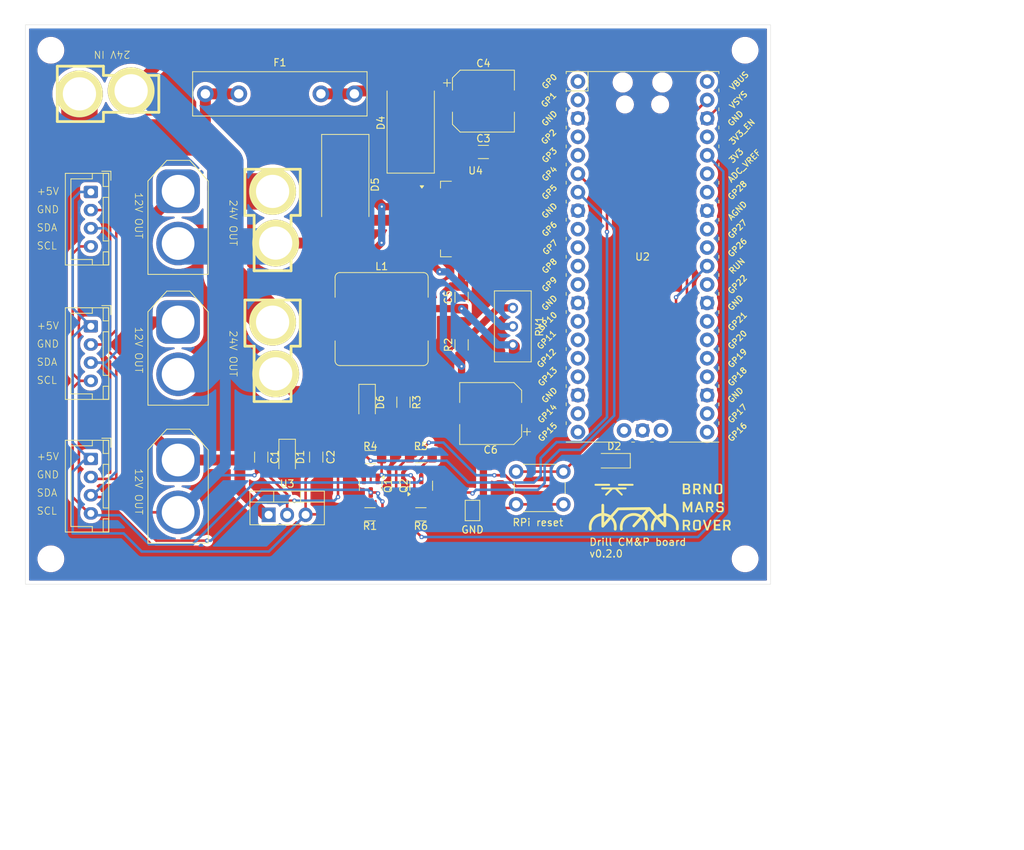
<source format=kicad_pcb>
(kicad_pcb (version 20240108) (generator "pcbnew") (generator_version "8.0")
  (layers (0 "F.Cu" signal) (31 "B.Cu" signal) (34 "B.Paste" user) (35 "F.Paste" user) (36 "B.SilkS" user "B.Silkscreen") (37 "F.SilkS" user "F.Silkscreen") (38 "B.Mask" user) (39 "F.Mask" user) (44 "Edge.Cuts" user))
  (net 0 "")
  (net 1 "+12V")
  (net 2 "GND")
  (net 3 "+24V")
  (net 4 "+5V")
  (net 5 "Net-(D4-K)")
  (net 6 "Net-(D2-K)")
  (net 7 "Net-(D4-A)")
  (net 8 "Net-(D5-K)")
  (net 9 "Net-(D6-A)")
  (net 10 "HSCL")
  (net 11 "HSDA")
  (net 12 "LSDA")
  (net 13 "+3.3V")
  (net 14 "LSCL")
  (net 15 "Net-(R2-Pad2)")
  (net 16 "Net-(U4-FB)")
  (net 17 "Net-(U2-RUN)")
  (footprint "MountingHole:MountingHole_3.2mm_M3" (layer "F.Cu") (at 116 93)
    (property "Reference" "H3" (hide yes))
    (property "Value" "MountingHole" (hide yes))
  )
  (footprint "Button_Switch_THT:SW_PUSH_6mm_H5mm" (layer "F.Cu") (at 84.5 81)
    (property "Reference" "RPi reset")
    (property "Value" "Reset")
  )
  (footprint "MountingHole:MountingHole_3.2mm_M3" (layer "F.Cu") (at 20.5 23)
    (property "Reference" "H3" (hide yes))
    (property "Value" "MountingHole" (hide yes))
  )
  (footprint "Diode_SMD:D_SMC_Handsoldering" (layer "F.Cu") (at 70 33 90)
    (property "Reference" "D4")
    (property "Value" "D_Schottky")
  )
  (footprint "Resistor_SMD:R_1206_3216Metric_Pad1.30x1.75mm_HandSolder" (layer "F.Cu") (at 64.4 86.875)
    (property "Reference" "R1")
    (property "Value" "4K7")
  )
  (footprint "Connector_AMASS:AMASS_XT60-M_1x02_P7.20mm_Vertical" (layer "F.Cu") (at 38 42.4 -90)
    (property "Reference" "12V OUT1" (hide yes))
    (property "Value" "Screw_Terminal_01x02")
  )
  (footprint "Capacitor_SMD:C_1206_3216Metric_Pad1.33x1.80mm_HandSolder" (layer "F.Cu") (at 80 37)
    (property "Reference" "C3")
    (property "Value" "100nF")
  )
  (footprint "Inductor_SMD:L_TaiTech_TMPC1265_13.5x12.5mm" (layer "F.Cu") (at 66 60)
    (property "Reference" "L1")
    (property "Value" "470uH")
  )
  (footprint "Jumper:SolderJumper-2_P1.3mm_Bridged2Bar_Pad1.0x1.5mm" (layer "F.Cu") (at 78.5 86.35 90)
    (property "Reference" "GND")
    (property "Value" "Screw_Terminal_01x01")
  )
  (footprint "Capacitor_SMD:C_1206_3216Metric_Pad1.33x1.80mm_HandSolder" (layer "F.Cu") (at 77 57 90)
    (property "Reference" "C5")
    (property "Value" "100nF")
  )
  (footprint "Resistor_SMD:R_1206_3216Metric_Pad1.30x1.75mm_HandSolder" (layer "F.Cu") (at 71.4 78.875)
    (property "Reference" "R5")
    (property "Value" "4K7")
  )
  (footprint "Diode_SMD:D_1206_3216Metric_Pad1.42x1.75mm_HandSolder" (layer "F.Cu") (at 53 79 -90)
    (property "Reference" "D1")
    (property "Value" "D")
  )
  (footprint "Package_TO_SOT_SMD:SOT-23" (layer "F.Cu") (at 71.45 82.9375 90)
    (property "Reference" "Q2")
    (property "Value" "BS170F")
  )
  (footprint "Capacitor_SMD:CP_Elec_8x10" (layer "F.Cu") (at 80 30)
    (property "Reference" "C4")
    (property "Value" "100uF")
  )
  (footprint "Resistor_SMD:R_1206_3216Metric_Pad1.30x1.75mm_HandSolder" (layer "F.Cu") (at 64.45 79 180)
    (property "Reference" "R4")
    (property "Value" "4K7")
  )
  (footprint "Diode_SMD:D_SOD-123" (layer "F.Cu") (at 97.85 79.5 180)
    (property "Reference" "D2")
    (property "Value" "D_Schottky")
  )
  (footprint "Fuse:Fuseholder_Littelfuse_100_series_5x20mm" (layer "F.Cu") (at 41.75 29)
    (property "Reference" "F1")
    (property "Value" "Fuse")
  )
  (footprint "Connectors:DEANS" (layer "F.Cu") (at 51 47)
    (property "Reference" "24V OUT2" (hide yes))
    (property "Value" "Screw_Terminal_01x02" (hide yes))
  )
  (footprint "Capacitor_SMD:C_1206_3216Metric_Pad1.33x1.80mm_HandSolder" (layer "F.Cu") (at 57 79 90)
    (property "Reference" "C2")
    (property "Value" "C")
  )
  (footprint "Potentiometer_THT:Potentiometer_Bourns_3296W_Vertical" (layer "F.Cu") (at 84.05 63.55 -90)
    (property "Reference" "RV1")
    (property "Value" "W103 (10K)")
  )
  (footprint "MountingHole:MountingHole_3.2mm_M3" (layer "F.Cu") (at 20.5 93)
    (property "Reference" "H3" (hide yes))
    (property "Value" "MountingHole" (hide yes))
  )
  (footprint "Connectors:DEANS" (layer "F.Cu") (at 51 65)
    (property "Reference" "24V OUT1" (hide yes))
    (property "Value" "Screw_Terminal_01x02" (hide yes))
  )
  (footprint "Connectors:DEANS" (layer "F.Cu") (at 29 29 90)
    (property "Reference" "24V IN1" (hide yes))
    (property "Value" "Screw_Terminal_01x02" (hide yes))
  )
  (footprint "Package_TO_SOT_SMD:TO-263-5_TabPin3" (layer "F.Cu") (at 78.925 46.225)
    (property "Reference" "U4")
    (property "Value" "LM2596S-ADJ")
  )
  (footprint "Connector_AMASS:AMASS_XT60-M_1x02_P7.20mm_Vertical" (layer "F.Cu") (at 38 79.4 -90)
    (property "Reference" "12V OUT3" (hide yes))
    (property "Value" "Screw_Terminal_01x02")
  )
  (footprint "Capacitor_SMD:C_1206_3216Metric_Pad1.33x1.80mm_HandSolder" (layer "F.Cu") (at 49.4375 79 -90)
    (property "Reference" "C1")
    (property "Value" "C")
  )
  (footprint "MCU_RaspberryPi_and_Boards:RPi_Pico_SMD_TH" (layer "F.Cu") (at 101.89 51.43)
    (property "Reference" "U2")
    (property "Value" "Pico")
  )
  (footprint "Connector_JST:JST_XH_B4B-XH-A_1x04_P2.50mm_Vertical" (layer "F.Cu") (at 26 42.5 -90)
    (property "Reference" "I2C1" (hide yes))
    (property "Value" "Screw_Terminal_01x04")
  )
  (footprint "Resistor_SMD:R_1206_3216Metric_Pad1.30x1.75mm_HandSolder" (layer "F.Cu") (at 69 71.45 -90)
    (property "Reference" "R3")
    (property "Value" "R")
  )
  (footprint "Diode_SMD:D_SMC_Handsoldering" (layer "F.Cu") (at 61 41.5 -90)
    (property "Reference" "D5")
    (property "Value" "D_Schottky")
  )
  (footprint "LOGO" (layer "F.Cu") (at 104.5 86)
    (property "Reference" "G***" (hide yes))
    (property "Value" "LOGO" (hide yes))
  )
  (footprint "MountingHole:MountingHole_3.2mm_M3" (layer "F.Cu") (at 116 23)
    (property "Reference" "H3" (hide yes))
    (property "Value" "MountingHole" (hide yes))
  )
  (footprint "Capacitor_SMD:CP_Elec_8x10" (layer "F.Cu") (at 81 73 180)
    (property "Reference" "C6")
    (property "Value" "220uF")
  )
  (footprint "Resistor_SMD:R_1206_3216Metric_Pad1.30x1.75mm_HandSolder" (layer "F.Cu") (at 71.4 86.875)
    (property "Reference" "R6")
    (property "Value" "4K7" (hide yes))
  )
  (footprint "Diode_SMD:D_1206_3216Metric_Pad1.42x1.75mm_HandSolder" (layer "F.Cu") (at 64 71.45 -90)
    (property "Reference" "D6")
    (property "Value" "LED")
  )
  (footprint "Connector_JST:JST_XH_B4B-XH-A_1x04_P2.50mm_Vertical" (layer "F.Cu") (at 26 79.25 -90)
    (property "Reference" "I2C3" (hide yes))
    (property "Value" "Screw_Terminal_01x04")
  )
  (footprint "Package_TO_SOT_THT:TO-220-3_Vertical" (layer "F.Cu") (at 50.46 86.945)
    (property "Reference" "U3")
    (property "Value" "L7805")
  )
  (footprint "Connector_JST:JST_XH_B4B-XH-A_1x04_P2.50mm_Vertical" (layer "F.Cu") (at 26 61 -90)
    (property "Reference" "I2C2" (hide yes))
    (property "Value" "Screw_Terminal_01x04")
  )
  (footprint "Package_TO_SOT_SMD:SOT-23" (layer "F.Cu") (at 64.5 82.9375 -90)
    (property "Reference" "Q1")
    (property "Value" "BS170F")
  )
  (footprint "Connector_AMASS:AMASS_XT60-M_1x02_P7.20mm_Vertical" (layer "F.Cu") (at 38 60.4 -90)
    (property "Reference" "12V OUT2" (hide yes))
    (property "Value" "Screw_Terminal_01x02")
  )
  (footprint "Resistor_SMD:R_1206_3216Metric_Pad1.30x1.75mm_HandSolder" (layer "F.Cu") (at 77 63.55 90)
    (property "Reference" "R2")
    (property "Value" "5K")
  )
  (gr_rect (start 17 19.5) (end 119.5 96.5) (stroke (width 0.05)) (fill none) (layer "Edge.Cuts"))
  (gr_text "+5V\n" (at 18.5 79.5 0) (layer "F.SilkS") (effects (font (size 1 1) (thickness 0.1)) (justify left bottom)))
  (gr_text "24V OUT\n" (at 45 61.5 -90) (layer "F.SilkS") (effects (font (size 1 1) (thickness 0.1)) (justify left bottom)))
  (gr_text "SDA" (at 18.5 66.5 0) (layer "F.SilkS") (effects (font (size 1 1) (thickness 0.1)) (justify left bottom)))
  (gr_text "+5V\n" (at 18.5 43 0) (layer "F.SilkS") (effects (font (size 1 1) (thickness 0.1)) (justify left bottom)))
  (gr_text "24V OUT\n" (at 45 43.5 -90) (layer "F.SilkS") (effects (font (size 1 1) (thickness 0.1)) (justify left bottom)))
  (gr_text "SDA" (at 18.5 84.5 0) (layer "F.SilkS") (effects (font (size 1 1) (thickness 0.1)) (justify left bottom)))
  (gr_text "12V OUT\n" (at 32 42.5 -90) (layer "F.SilkS") (effects (font (size 1 1) (thickness 0.1)) (justify left bottom)))
  (gr_text "+5V\n" (at 18.5 61.5 0) (layer "F.SilkS") (effects (font (size 1 1) (thickness 0.1)) (justify left bottom)))
  (gr_text "SCL\n" (at 18.5 69 0) (layer "F.SilkS") (effects (font (size 1 1) (thickness 0.1)) (justify left bottom)))
  (gr_text "24V IN\n" (at 31.5 23 180) (layer "F.SilkS") (effects (font (size 1 1) (thickness 0.1)) (justify left bottom)))
  (gr_text "SCL\n" (at 18.5 87 0) (layer "F.SilkS") (effects (font (size 1 1) (thickness 0.1)) (justify left bottom)))
  (gr_text "12V OUT\n" (at 32 61 -90) (layer "F.SilkS") (effects (font (size 1 1) (thickness 0.1)) (justify left bottom)))
  (gr_text "Drill CM&P board\nv0.2.0" (at 94.5 91.5 0) (layer "F.SilkS") (effects (font (size 1 1)) (justify left)))
  (gr_text "12V OUT\n" (at 32 80.5 -90) (layer "F.SilkS") (effects (font (size 1 1) (thickness 0.1)) (justify left bottom)))
  (gr_text "GND\n" (at 18.5 64 0) (layer "F.SilkS") (effects (font (size 1 1) (thickness 0.1)) (justify left bottom)))
  (gr_text "SDA" (at 18.5 48 0) (layer "F.SilkS") (effects (font (size 1 1) (thickness 0.1)) (justify left bottom)))
  (gr_text "SCL\n" (at 18.5 50.5 0) (layer "F.SilkS") (effects (font (size 1 1) (thickness 0.1)) (justify left bottom)))
  (gr_text "GND\n" (at 18.5 45.5 0) (layer "F.SilkS") (effects (font (size 1 1) (thickness 0.1)) (justify left bottom)))
  (gr_text "GND\n" (at 18.5 82 0) (layer "F.SilkS") (effects (font (size 1 1) (thickness 0.1)) (justify left bottom)))
  (segment (start 33 62) (end 33 47.4) (width 1.5) (layer "F.Cu") (net 1))
  (segment (start 69 73) (end 71.5 73) (width 1) (layer "F.Cu") (net 1))
  (segment (start 72.9875 58.5625) (end 71.55 60) (width 1) (layer "F.Cu") (net 1))
  (segment (start 34.6 60.4) (end 38 60.4) (width 1.5) (layer "F.Cu") (net 1))
  (segment (start 47.475 79.4) (end 49.4375 77.4375) (width 1.5) (layer "F.Cu") (net 1))
  (segment (start 50.46 86.945) (end 49.945 86.945) (width 1.5) (layer "F.Cu") (net 1))
  (segment (start 49.5125 77.5125) (end 49.4375 77.4375) (width 0.2) (layer "F.Cu") (net 1))
  (segment (start 46.5 83.5) (end 46.5 80.375) (width 1.5) (layer "F.Cu") (net 1))
  (segment (start 55.0125 75.5) (end 66.5 75.5) (width 1) (layer "F.Cu") (net 1))
  (segment (start 38 79.4) (end 33 74.4) (width 1.5) (layer "F.Cu") (net 1))
  (segment (start 84.25 63.75) (end 84.05 63.55) (width 1.5) (layer "F.Cu") (net 1))
  (segment (start 33 47.4) (end 38 42.4) (width 1.5) (layer "F.Cu") (net 1))
  (segment (start 66.5 75.5) (end 69 73) (width 1) (layer "F.Cu") (net 1))
  (segment (start 77 58.5625) (end 72.9875 58.5625) (width 1) (layer "F.Cu") (net 1))
  (segment (start 46.5 80.375) (end 49.4375 77.4375) (width 1.5) (layer "F.Cu") (net 1))
  (segment (start 71.5 73) (end 71.5 72.5) (width 1) (layer "F.Cu") (net 1))
  (segment (start 53 77.5125) (end 55.0125 75.5) (width 1) (layer "F.Cu") (net 1))
  (segment (start 53 77.5125) (end 49.5125 77.5125) (width 1.5) (layer "F.Cu") (net 1))
  (segment (start 38 79.4) (end 47.475 79.4) (width 1.5) (layer "F.Cu") (net 1))
  (segment (start 33 62) (end 34.6 60.4) (width 1.5) (layer "F.Cu") (net 1))
  (segment (start 71.5 72.5) (end 71.55 72.45) (width 1) (layer "F.Cu") (net 1))
  (segment (start 33 74.4) (end 33 62) (width 1.5) (layer "F.Cu") (net 1))
  (segment (start 71.55 72.45) (end 71.55 60) (width 1) (layer "F.Cu") (net 1))
  (segment (start 84.25 73) (end 84.25 63.75) (width 1.5) (layer "F.Cu") (net 1))
  (segment (start 49.945 86.945) (end 46.5 83.5) (width 1.5) (layer "F.Cu") (net 1))
  (via (at 77 58.5625) (size 0.6) (drill 0.3) (layers "F.Cu" "B.Cu") (net 1))
  (segment (start 81.9875 63.55) (end 77 58.5625) (width 1) (layer "B.Cu") (net 1))
  (segment (start 84.05 63.55) (end 81.9875 63.55) (width 1) (layer "B.Cu") (net 1))
  (segment (start 74.5 56.5) (end 75.5625 55.4375) (width 1) (layer "F.Cu") (net 2))
  (segment (start 81.5625 42.1625) (end 82.85 43.45) (width 1.5) (layer "F.Cu") (net 2))
  (segment (start 29.5 61.5) (end 29.5 46.5) (width 0.35) (layer "F.Cu") (net 2))
  (segment (start 29.5 65.5) (end 27.5 63.5) (width 0.35) (layer "F.Cu") (net 2))
  (segment (start 80 78.5) (end 80 75.25) (width 1) (layer "F.Cu") (net 2))
  (segment (start 27.5 63.5) (end 26 63.5) (width 0.35) (layer "F.Cu") (net 2))
  (segment (start 61.5 46.4) (end 67.05 46.4) (width 1.5) (layer "F.Cu") (net 2))
  (segment (start 77 55.4375) (end 77 50) (width 1) (layer "F.Cu") (net 2))
  (segment (start 49.4375 80.5625) (end 48.5 81.5) (width 0.35) (layer "F.Cu") (net 2))
  (segment (start 77.75 24.5) (end 35.61582 24.5) (width 1.5) (layer "F.Cu") (net 2))
  (segment (start 83.25 35.3125) (end 81.5625 37) (width 1.5) (layer "F.Cu") (net 2))
  (segment (start 56.96 49.54) (end 51.42418 49.54) (width 1.5) (layer "F.Cu") (net 2))
  (segment (start 112.5 24.5) (end 77.75 24.5) (width 0.35) (layer "F.Cu") (net 2))
  (segment (start 53 85) (end 53 84.125) (width 0.35) (layer "F.Cu") (net 2))
  (segment (start 77 65.1) (end 77 66.5) (width 1) (layer "F.Cu") (net 2))
  (segment (start 77.75 73) (end 77 72.25) (width 1) (layer "F.Cu") (net 2))
  (segment (start 84.5 85.5) (end 84 86) (width 0.35) (layer "F.Cu") (net 2))
  (segment (start 110.78 32.38) (end 113 30.16) (width 0.35) (layer "F.Cu") (net 2))
  (segment (start 51.42418 48.46) (end 51.42418 49.54) (width 0.2) (layer "F.Cu") (net 2))
  (segment (start 60 80) (end 57.4375 77.4375) (width 0.35) (layer "F.Cu") (net 2))
  (segment (start 61 45.9) (end 61.5 46.4) (width 1.5) (layer "F.Cu") (net 2))
  (segment (start 77.375 49.625) (end 78 49) (width 1.5) (layer "F.Cu") (net 2))
  (segment (start 34.1 86.6) (end 38 86.6) (width 0.35) (layer "F.Cu") (net 2))
  (segment (start 75.5625 55.4375) (end 77 55.4375) (width 1) (layer "F.Cu") (net 2))
  (segment (start 113 30.16) (end 113 25) (width 0.35) (layer "F.Cu") (net 2))
  (segment (start 26 82) (end 29.5 82) (width 0.35) (layer "F.Cu") (net 2))
  (segment (start 78.5 87) (end 79.525 87) (width 1) (layer "F.Cu") (net 2))
  (segment (start 113 25) (end 112.5 24.5) (width 0.35) (layer "F.Cu") (net 2))
  (segment (start 29.5 46.5) (end 28 45) (width 0.35) (layer "F.Cu") (net 2))
  (segment (start 57.4375 77.4375) (end 57 77.4375) (width 0.35) (layer "F.Cu") (net 2))
  (segment (start 77 72.25) (end 77 66.5) (width 1) (layer "F.Cu") (net 2))
  (segment (start 27.5 63.5) (end 29.5 61.5) (width 0.35) (layer "F.Cu") (net 2))
  (segment (start 83.25 30) (end 77.75 24.5) (width 1.5) (layer "F.Cu") (net 2))
  (segment (start 61 45.9) (end 60.6 45.9) (width 1.5) (layer "F.Cu") (net 2))
  (segment (start 29.5 82) (end 29.5 65.5) (width 0.35) (layer "F.Cu") (net 2))
  (segment (start 77 50) (end 78 49) (width 1) (layer "F.Cu") (net 2))
  (segment (start 53.84668 69.9625) (end 51.42418 67.54) (width 1.5) (layer "F.Cu") (net 2))
  (segment (start 80 86.525) (end 80 86) (width 1) (layer "F.Cu") (net 2))
  (segment (start 64 69.9625) (end 53.84668 69.9625) (width 1.5) (layer "F.Cu") (net 2))
  (segment (start 81.5625 37) (end 81.5625 42.1625) (width 1.5) (layer "F.Cu") (net 2))
  (segment (start 35.61582 24.5) (end 31.54 28.57582) (width 1.5) (layer "F.Cu") (net 2))
  (segment (start 53 86.945) (end 53 85) (width 0.35) (layer "F.Cu") (net 2))
  (segment (start 80 86) (end 80 78.5) (width 1) (layer "F.Cu") (net 2))
  (segment (start 80 75.25) (end 77.75 73) (width 1) (layer "F.Cu") (net 2))
  (segment (start 53 85) (end 54 85) (width 0.35) (layer "F.Cu") (net 2))
  (segment (start 84 86) (end 80 86) (width 0.35) (layer "F.Cu") (net 2))
  (segment (start 53 84.125) (end 49.4375 80.5625) (width 0.35) (layer "F.Cu") (net 2))
  (segment (start 83.25 30) (end 83.25 35.3125) (width 1.5) (layer "F.Cu") (net 2))
  (segment (start 79.525 87) (end 80 86.525) (width 1) (layer "F.Cu") (net 2))
  (segment (start 71.275 49.625) (end 77.375 49.625) (width 1) (layer "F.Cu") (net 2))
  (segment (start 28 45) (end 26 45) (width 0.35) (layer "F.Cu") (net 2))
  (segment (start 60 84.5) (end 60 80) (width 0.35) (layer "F.Cu") (net 2))
  (segment (start 60.6 45.9) (end 56.96 49.54) (width 1.5) (layer "F.Cu") (net 2))
  (segment (start 67.225 46.225) (end 71.275 46.225) (width 1) (layer "F.Cu") (net 2))
  (segment (start 84.5 85.5) (end 91 85.5) (width 0.35) (layer "F.Cu") (net 2))
  (segment (start 29.5 82) (end 34.1 86.6) (width 0.35) (layer "F.Cu") (net 2))
  (via (at 54 85) (size 0.6) (drill 0.3) (layers "F.Cu" "B.Cu") (net 2))
  (via (at 77 66.5) (size 0.6) (drill 0.3) (layers "F.Cu" "B.Cu") (net 2))
  (via (at 48.5 81.5) (size 0.6) (drill 0.3) (layers "F.Cu" "B.Cu") (net 2))
  (via (at 74.5 56.5) (size 0.6) (drill 0.3) (layers "F.Cu" "B.Cu") (net 2))
  (via (at 60 84.5) (size 0.6) (drill 0.3) (layers "F.Cu" "B.Cu") (net 2))
  (segment (start 44.5 50) (end 50.96418 50) (width 5) (layer "B.Cu") (net 2))
  (segment (start 50.96418 50) (end 51.42418 49.54) (width 5) (layer "B.Cu") (net 2))
  (segment (start 44.5 50) (end 38.4 50) (width 5) (layer "B.Cu") (net 2))
  (segment (start 44.5 50) (end 44.5 64) (width 5) (layer "B.Cu") (net 2))
  (segment (start 48.5 81.5) (end 43.1 81.5) (width 0.35) (layer "B.Cu") (net 2))
  (segment (start 43.1 81.5) (end 43.05 81.55) (width 0.35) (layer "B.Cu") (net 2))
  (segment (start 34.57582 28.57582) (end 44.5 38.5) (width 5) (layer "B.Cu") (net 2))
  (segment (start 44.5 80.1) (end 44.5 64) (width 1.5) (layer "B.Cu") (net 2))
  (segment (start 74.5 64) (end 74.5 56.5) (width 1) (layer "B.Cu") (net 2))
  (segment (start 38.4 50) (end 38 49.6) (width 5) (layer "B.Cu") (net 2))
  (segment (start 77 66.5) (end 74.5 64) (width 1) (layer "B.Cu") (net 2))
  (segment (start 31.54 28.57582) (end 34.57582 28.57582) (width 5) (layer "B.Cu") (net 2))
  (segment (start 43.05 81.55) (end 44.5 80.1) (width 1.5) (layer "B.Cu") (net 2))
  (segment (start 44.5 64) (end 40.9 67.6) (width 5) (layer "B.Cu") (net 2))
  (segment (start 40.9 67.6) (end 38 67.6) (width 5) (layer "B.Cu") (net 2))
  (segment (start 44.5 38.5) (end 44.5 50) (width 5) (layer "B.Cu") (net 2))
  (segment (start 54 85) (end 59.5 85) (width 0.35) (layer "B.Cu") (net 2))
  (segment (start 59.5 85) (end 60 84.5) (width 0.35) (layer "B.Cu") (net 2))
  (segment (start 38 86.6) (end 43.05 81.55) (width 1.5) (layer "B.Cu") (net 2))
  (segment (start 44.5 64) (end 48.04 67.54) (width 5) (layer "B.Cu") (net 2))
  (segment (start 48.04 67.54) (end 51.42418 67.54) (width 5) (layer "B.Cu") (net 2))
  (segment (start 44.5 53.928) (end 51 60.428) (width 5) (layer "F.Cu") (net 3))
  (segment (start 44.5 42) (end 44.5 53.928) (width 5) (layer "F.Cu") (net 3))
  (segment (start 51 42.428) (end 44.928 42.428) (width 5) (layer "F.Cu") (net 3))
  (segment (start 41 35) (end 44.5 38.5) (width 5) (layer "F.Cu") (net 3))
  (segment (start 24.428 33.56197) (end 25.86603 35) (width 5) (layer "F.Cu") (net 3))
  (segment (start 25.86603 35) (end 41 35) (width 5) (layer "F.Cu") (net 3))
  (segment (start 41.75 29) (end 46.35 29) (width 1.5) (layer "F.Cu") (net 3))
  (segment (start 24.428 29) (end 24.428 33.56197) (width 5) (layer "F.Cu") (net 3))
  (segment (start 44.5 38.5) (end 44.5 42) (width 5) (layer "F.Cu") (net 3))
  (segment (start 44.928 42.428) (end 44.5 42) (width 5) (layer "F.Cu") (net 3))
  (segment (start 41.75 29) (end 41.75 34.25) (width 1.5) (layer "F.Cu") (net 3))
  (segment (start 41.75 34.25) (end 41 35) (width 1.5) (layer "F.Cu") (net 3))
  (segment (start 67.5 88.5) (end 68 88) (width 0.35) (layer "F.Cu") (net 4))
  (segment (start 62.875 86.875) (end 64.5 88.5) (width 0.35) (layer "F.Cu") (net 4))
  (segment (start 68 80.725) (end 69.85 78.875) (width 0.35) (layer "F.Cu") (net 4))
  (segment (start 62.85 86.875) (end 62.875 86.875) (width 0.35) (layer "F.Cu") (net 4))
  (segment (start 83 81.5) (end 84.5 83) (width 0.35) (layer "F.Cu") (net 4))
  (segment (start 93 83) (end 84.5 83) (width 0.35) (layer "F.Cu") (net 4))
  (segment (start 64.5 88.5) (end 67.5 88.5) (width 0.35) (layer "F.Cu") (net 4))
  (segment (start 62.85 86.875) (end 55.61 86.875) (width 0.35) (layer "F.Cu") (net 4))
  (segment (start 53 80.4875) (end 56.925 80.4875) (width 0.35) (layer "F.Cu") (net 4))
  (segment (start 55.61 86.875) (end 55.54 86.945) (width 0.2) (layer "F.Cu") (net 4))
  (segment (start 55.54 86.945) (end 55.54 82.0225) (width 0.35) (layer "F.Cu") (net 4))
  (segment (start 81.5 81.5) (end 83 81.5) (width 0.35) (layer "F.Cu") (net 4))
  (segment (start 96.2 79.5) (end 96.2 79.8) (width 0.35) (layer "F.Cu") (net 4))
  (segment (start 96.2 79.8) (end 93 83) (width 0.35) (layer "F.Cu") (net 4))
  (segment (start 63.5 86.875) (end 62.85 86.875) (width 0.2) (layer "F.Cu") (net 4))
  (segment (start 56.925 80.4875) (end 57 80.5625) (width 0.35) (layer "F.Cu") (net 4))
  (segment (start 68 88) (end 68 80.725) (width 0.35) (layer "F.Cu") (net 4))
  (segment (start 72.5 77) (end 70.625 78.875) (width 0.35) (layer "F.Cu") (net 4))
  (segment (start 55.54 82.0225) (end 57 80.5625) (width 0.35) (layer "F.Cu") (net 4))
  (segment (start 70.625 78.875) (end 69.85 78.875) (width 0.35) (layer "F.Cu") (net 4))
  (via (at 81.5 81.5) (size 0.6) (drill 0.3) (layers "F.Cu" "B.Cu") (net 4))
  (via (at 72.5 77) (size 0.6) (drill 0.3) (layers "F.Cu" "B.Cu") (net 4))
  (segment (start 26 79.5) (end 23.5 77) (width 0.35) (layer "B.Cu") (net 4))
  (segment (start 23.5 81) (end 25 79.5) (width 0.35) (layer "B.Cu") (net 4))
  (segment (start 23.5 77) (end 23.5 62.5) (width 0.35) (layer "B.Cu") (net 4))
  (segment (start 25 61) (end 26 61) (width 0.35) (layer "B.Cu") (net 4))
  (segment (start 74.5 77) (end 79 81.5) (width 0.35) (layer "B.Cu") (net 4))
  (segment (start 23.5 62.5) (end 25 61) (width 0.35) (layer "B.Cu") (net 4))
  (segment (start 55.54 86.945) (end 50.485 92) (width 0.35) (layer "B.Cu") (net 4))
  (segment (start 24.5 42.5) (end 26 42.5) (width 0.35) (layer "B.Cu") (net 4))
  (segment (start 33 92) (end 30.5 89.5) (width 0.35) (layer "B.Cu") (net 4))
  (segment (start 72.5 77) (end 74.5 77) (width 0.35) (layer "B.Cu") (net 4))
  (segment (start 23.5 43.5) (end 24.5 42.5) (width 0.35) (layer "B.Cu") (net 4))
  (segment (start 26 61) (end 23.5 58.5) (width 0.35) (layer "B.Cu") (net 4))
  (segment (start 23.5 58.5) (end 23.5 43.5) (width 0.35) (layer "B.Cu") (net 4))
  (segment (start 79 81.5) (end 81.5 81.5) (width 0.35) (layer "B.Cu") (net 4))
  (segment (start 23.5 89.5) (end 23.5 81) (width 0.35) (layer "B.Cu") (net 4))
  (segment (start 30.5 89.5) (end 23.5 89.5) (width 0.35) (layer "B.Cu") (net 4))
  (segment (start 50.485 92) (end 33 92) (width 0.35) (layer "B.Cu") (net 4))
  (segment (start 25 79.5) (end 26 79.5) (width 0.2) (layer "B.Cu") (net 4))
  (segment (start 70.4 37) (end 70 37.4) (width 1.5) (layer "F.Cu") (net 5))
  (segment (start 76.75 35.3125) (end 78.4375 37) (width 1.5) (layer "F.Cu") (net 5))
  (segment (start 71.275 38.675) (end 70 37.4) (width 1.5) (layer "F.Cu") (net 5))
  (segment (start 71.275 42.825) (end 71.275 38.675) (width 1.5) (layer "F.Cu") (net 5))
  (segment (start 78.4375 37) (end 70.4 37) (width 1.5) (layer "F.Cu") (net 5))
  (segment (start 76.75 30) (end 76.75 35.3125) (width 1.5) (layer "F.Cu") (net 5))
  (segment (start 108 32.62) (end 108.06 32.56) (width 0.35) (layer "F.Cu") (net 6))
  (segment (start 108.06 32.56) (end 110.78 29.84) (width 0.35) (layer "F.Cu") (net 6))
  (segment (start 99.5 79.5) (end 106.5 79.5) (width 0.35) (layer "F.Cu") (net 6))
  (segment (start 108 78) (end 108 32.62) (width 0.35) (layer "F.Cu") (net 6))
  (segment (start 106.5 79.5) (end 108 78) (width 0.35) (layer "F.Cu") (net 6))
  (segment (start 62.25 29) (end 57.65 29) (width 1.5) (layer "F.Cu") (net 7))
  (segment (start 70 28.6) (end 62.65 28.6) (width 1.5) (layer "F.Cu") (net 7))
  (segment (start 62.65 28.6) (end 62.25 29) (width 1.5) (layer "F.Cu") (net 7))
  (segment (start 60.45 60) (end 60.45 55.05) (width 1) (layer "F.Cu") (net 8))
  (segment (start 61 37.1) (end 61 39.5) (width 1.5) (layer "F.Cu") (net 8))
  (segment (start 60.45 55.05) (end 66 49.5) (width 1) (layer "F.Cu") (net 8))
  (segment (start 61 39.5) (end 66.025 44.525) (width 1.5) (layer "F.Cu") (net 8))
  (segment (start 66.025 44.525) (end 71.275 44.525) (width 1) (layer "F.Cu") (net 8))
  (via (at 66 49.5) (size 0.6) (drill 0.3) (layers "F.Cu" "B.Cu") (net 8))
  (via (at 66.025 44.525) (size 0.6) (drill 0.3) (layers "F.Cu" "B.Cu") (net 8))
  (segment (start 66 49.5) (end 66 44.55) (width 1) (layer "B.Cu") (net 8))
  (segment (start 66 44.55) (end 66.025 44.525) (width 1) (layer "B.Cu") (net 8))
  (segment (start 68.6 69.9) (end 65.5625 72.9375) (width 1) (layer "F.Cu") (net 9))
  (segment (start 69 69.9) (end 68.6 69.9) (width 1) (layer "F.Cu") (net 9))
  (segment (start 65.5625 72.9375) (end 64 72.9375) (width 1) (layer "F.Cu") (net 9))
  (segment (start 23.5 67.5) (end 23.5 51) (width 0.35) (layer "F.Cu") (net 10))
  (segment (start 23.5 84.5) (end 23.5 69.5) (width 0.35) (layer "F.Cu") (net 10))
  (segment (start 23.5 69.5) (end 24.5 68.5) (width 0.35) (layer "F.Cu") (net 10))
  (segment (start 71.45 82) (end 71.45 80.375) (width 0.35) (layer "F.Cu") (net 10))
  (segment (start 24.5 68.5) (end 23.5 67.5) (width 0.35) (layer "F.Cu") (net 10))
  (segment (start 24.5 68.5) (end 26 68.5) (width 0.35) (layer "F.Cu") (net 10))
  (segment (start 71.45 80.375) (end 72.95 78.875) (width 0.35) (layer "F.Cu") (net 10))
  (segment (start 23.5 51) (end 24.5 50) (width 0.35) (layer "F.Cu") (net 10))
  (segment (start 26 87) (end 23.5 84.5) (width 0.35) (layer "F.Cu") (net 10))
  (segment (start 24.5 50) (end 26 50) (width 0.35) (layer "F.Cu") (net 10))
  (via (at 71.45 82) (size 0.6) (drill 0.3) (layers "F.Cu" "B.Cu") (net 10))
  (segment (start 48.5 82.5) (end 40 91) (width 0.35) (layer "B.Cu") (net 10))
  (segment (start 30 87) (end 26 87) (width 0.35) (layer "B.Cu") (net 10))
  (segment (start 71.45 82) (end 70.95 82.5) (width 0.35) (layer "B.Cu") (net 10))
  (segment (start 40 91) (end 34 91) (width 0.35) (layer "B.Cu") (net 10))
  (segment (start 70.95 82.5) (end 48.5 82.5) (width 0.35) (layer "B.Cu") (net 10))
  (segment (start 34 91) (end 30 87) (width 0.35) (layer "B.Cu") (net 10))
  (segment (start 66.111765 86.713235) (end 65.95 86.875) (width 0.2) (layer "F.Cu") (net 11))
  (segment (start 66.111765 85.111765) (end 66.111765 86.713235) (width 0.35) (layer "F.Cu") (net 11))
  (segment (start 35 90.5) (end 29 84.5) (width 0.35) (layer "F.Cu") (net 11))
  (segment (start 42 90.5) (end 35 90.5) (width 0.35) (layer "F.Cu") (net 11))
  (segment (start 29 84.5) (end 26 84.5) (width 0.35) (layer "F.Cu") (net 11))
  (segment (start 65.375 83.875) (end 65.5 84) (width 0.2) (layer "F.Cu") (net 11))
  (segment (start 64.5 83.875) (end 65.375 83.875) (width 0.35) (layer "F.Cu") (net 11))
  (via (at 42 90.5) (size 0.6) (drill 0.3) (layers "F.Cu" "B.Cu") (net 11))
  (via (at 65.5 84) (size 0.6) (drill 0.3) (layers "F.Cu" "B.Cu") (net 11))
  (via (at 64.5 83.875) (size 0.6) (drill 0.3) (layers "F.Cu" "B.Cu") (net 11))
  (via (at 66.111765 85.111765) (size 0.6) (drill 0.3) (layers "F.Cu" "B.Cu") (net 11))
  (segment (start 49.5 83.5) (end 42.5 90.5) (width 0.35) (layer "B.Cu") (net 11))
  (segment (start 29.5 64.5) (end 29.5 49) (width 0.35) (layer "B.Cu") (net 11))
  (segment (start 29.5 49) (end 28 47.5) (width 0.35) (layer "B.Cu") (net 11))
  (segment (start 42.5 90.5) (end 42 90.5) (width 0.35) (layer "B.Cu") (net 11))
  (segment (start 64.5 83.875) (end 64.125 83.5) (width 0.35) (layer "B.Cu") (net 11))
  (segment (start 27.5 66) (end 26 66) (width 0.35) (layer "B.Cu") (net 11))
  (segment (start 29.5 68) (end 27.5 66) (width 0.35) (layer "B.Cu") (net 11))
  (segment (start 26 84.5) (end 29.5 81) (width 0.35) (layer "B.Cu") (net 11))
  (segment (start 65.5 84) (end 65.5 84.5) (width 0.35) (layer "B.Cu") (net 11))
  (segment (start 28 66) (end 29.5 64.5) (width 0.35) (layer "B.Cu") (net 11))
  (segment (start 65.5 84.5) (end 66.111765 85.111765) (width 0.35) (layer "B.Cu") (net 11))
  (segment (start 64.125 83.5) (end 49.5 83.5) (width 0.35) (layer "B.Cu") (net 11))
  (segment (start 26 66) (end 28 66) (width 0.35) (layer "B.Cu") (net 11))
  (segment (start 29.5 81) (end 29.5 68) (width 0.35) (layer "B.Cu") (net 11))
  (segment (start 28 47.5) (end 26 47.5) (width 0.35) (layer "B.Cu") (net 11))
  (segment (start 62.9 79) (end 64 79) (width 0.35) (layer "F.Cu") (net 12))
  (segment (start 62.9 81.35) (end 63.55 82) (width 0.35) (layer "F.Cu") (net 12))
  (segment (start 97 48) (end 97 44) (width 0.35) (layer "F.Cu") (net 12))
  (segment (start 64 79) (end 64.5 79.5) (width 0.35) (layer "F.Cu") (net 12))
  (segment (start 97 44) (end 93 40) (width 0.35) (layer "F.Cu") (net 12))
  (segment (start 62.9 79) (end 62.9 81.35) (width 0.35) (layer "F.Cu") (net 12))
  (via (at 64.5 79.5) (size 0.6) (drill 0.3) (layers "F.Cu" "B.Cu") (net 12))
  (via (at 97 48) (size 0.6) (drill 0.3) (layers "F.Cu" "B.Cu") (net 12))
  (segment (start 90.065 76.935) (end 93.569544 76.935) (width 0.35) (layer "B.Cu") (net 12))
  (segment (start 77.954595 82.5) (end 86.944544 82.5) (width 0.35) (layer "B.Cu") (net 12))
  (segment (start 93.569544 76.935) (end 97 73.504544) (width 0.35) (layer "B.Cu") (net 12))
  (segment (start 64.5 79.5) (end 74.954595 79.5) (width 0.35) (layer "B.Cu") (net 12))
  (segment (start 86.944544 82.5) (end 87.875 81.569544) (width 0.35) (layer "B.Cu") (net 12))
  (segment (start 74.954595 79.5) (end 77.954595 82.5) (width 0.35) (layer "B.Cu") (net 12))
  (segment (start 87.875 79.125) (end 90.065 76.935) (width 0.35) (layer "B.Cu") (net 12))
  (segment (start 87.875 81.569544) (end 87.875 79.125) (width 0.35) (layer "B.Cu") (net 12))
  (segment (start 97 73.504544) (end 97 48) (width 0.35) (layer "B.Cu") (net 12))
  (segment (start 69.85 84.525) (end 70.5 83.875) (width 0.35) (layer "F.Cu") (net 13))
  (segment (start 69.85 86.875) (end 69.85 84.525) (width 0.35) (layer "F.Cu") (net 13))
  (segment (start 69.85 88.35) (end 69.85 86.875) (width 0.35) (layer "F.Cu") (net 13))
  (segment (start 70.5 82) (end 70 81.5) (width 0.35) (layer "F.Cu") (net 13))
  (segment (start 66 81.45) (end 65.45 82) (width 0.35) (layer "F.Cu") (net 13))
  (segment (start 71.5 90) (end 69.85 88.35) (width 0.35) (layer "F.Cu") (net 13))
  (segment (start 66 79) (end 66 81.45) (width 0.35) (layer "F.Cu") (net 13))
  (segment (start 70.5 83.875) (end 70.5 82) (width 0.35) (layer "F.Cu") (net 13))
  (via (at 71.5 90) (size 0.6) (drill 0.3) (layers "F.Cu" "B.Cu") (net 13))
  (via (at 70 81.5) (size 0.6) (drill 0.3) (layers "F.Cu" "B.Cu") (net 13))
  (via (at 66 81.45) (size 0.6) (drill 0.3) (layers "F.Cu" "B.Cu") (net 13))
  (segment (start 66.05 81.5) (end 66 81.45) (width 0.35) (layer "B.Cu") (net 13))
  (segment (start 70 81.5) (end 66.05 81.5) (width 0.35) (layer "B.Cu") (net 13))
  (segment (start 113 39.68) (end 113 86.5) (width 0.35) (layer "B.Cu") (net 13))
  (segment (start 110.78 37.46) (end 113 39.68) (width 0.35) (layer "B.Cu") (net 13))
  (segment (start 109.5 90) (end 71.5 90) (width 0.35) (layer "B.Cu") (net 13))
  (segment (start 113 86.5) (end 109.5 90) (width 0.35) (layer "B.Cu") (net 13))
  (segment (start 78.375 83.875) (end 78.5 84) (width 0.35) (layer "F.Cu") (net 14))
  (segment (start 72.95 86.875) (end 72.95 84.425) (width 0.35) (layer "F.Cu") (net 14))
  (segment (start 72.4 83.875) (end 78.375 83.875) (width 0.35) (layer "F.Cu") (net 14))
  (segment (start 72.95 84.425) (end 72.4 83.875) (width 0.35) (layer "F.Cu") (net 14))
  (via (at 78.5 84) (size 0.6) (drill 0.3) (layers "F.Cu" "B.Cu") (net 14))
  (segment (start 98 73.282362) (end 98 47.54) (width 0.35) (layer "B.Cu") (net 14))
  (segment (start 79 83.5) (end 87.5 83.5) (width 0.35) (layer "B.Cu") (net 14))
  (segment (start 87.5 83.5) (end 88.425 82.575) (width 0.35) (layer "B.Cu") (net 14))
  (segment (start 88.425 80.075) (end 90.5 78) (width 0.35) (layer "B.Cu") (net 14))
  (segment (start 93.282362 78) (end 98 73.282362) (width 0.35) (layer "B.Cu") (net 14))
  (segment (start 90.5 78) (end 93.282362 78) (width 0.35) (layer "B.Cu") (net 14))
  (segment (start 98 47.54) (end 93 42.54) (width 0.35) (layer "B.Cu") (net 14))
  (segment (start 88.425 82.575) (end 88.425 80.075) (width 0.35) (layer "B.Cu") (net 14))
  (segment (start 78.5 84) (end 79 83.5) (width 0.35) (layer "B.Cu") (net 14))
  (segment (start 78.5 62) (end 82.03 58.47) (width 1) (layer "F.Cu") (net 15))
  (segment (start 82.03 58.47) (end 84.05 58.47) (width 1) (layer "F.Cu") (net 15))
  (segment (start 77 62) (end 78.5 62) (width 1) (layer "F.Cu") (net 15))
  (segment (start 68.075 47.925) (end 68 48) (width 1) (layer "F.Cu") (net 16))
  (segment (start 68 48) (end 67.5 48.5) (width 1) (layer "F.Cu") (net 16))
  (segment (start 67.5 51.5) (end 72 51.5) (width 1) (layer "F.Cu") (net 16))
  (segment (start 72 51.5) (end 74 53.5) (width 1) (layer "F.Cu") (net 16))
  (segment (start 71.275 47.925) (end 68.075 47.925) (width 1) (layer "F.Cu") (net 16))
  (segment (start 67.5 48.5) (end 67.5 51.5) (width 1) (layer "F.Cu") (net 16))
  (via (at 74 53.5) (size 0.6) (drill 0.3) (layers "F.Cu" "B.Cu") (net 16))
  (segment (start 75 53.5) (end 82.51 61.01) (width 1) (layer "B.Cu") (net 16))
  (segment (start 82.51 61.01) (end 84.05 61.01) (width 1) (layer "B.Cu") (net 16))
  (segment (start 74 53.5) (end 75 53.5) (width 1) (layer "B.Cu") (net 16))
  (segment (start 106.25 77) (end 106.5 76.75) (width 0.35) (layer "F.Cu") (net 17))
  (segment (start 106.5 76.75) (end 106.5 57) (width 0.35) (layer "F.Cu") (net 17))
  (segment (start 92.5 79.5) (end 93.5 79.5) (width 0.35) (layer "F.Cu") (net 17))
  (segment (start 91 81) (end 92.5 79.5) (width 0.35) (layer "F.Cu") (net 17))
  (segment (start 96 77) (end 106.25 77) (width 0.35) (layer "F.Cu") (net 17))
  (segment (start 84.5 81) (end 91 81) (width 0.35) (layer "F.Cu") (net 17))
  (segment (start 93.5 79.5) (end 96 77) (width 0.35) (layer "F.Cu") (net 17))
  (via (at 106.5 57) (size 0.6) (drill 0.3) (layers "F.Cu" "B.Cu") (net 17))
  (segment (start 107.48 56) (end 110.78 52.7) (width 0.35) (layer "B.Cu") (net 17))
  (segment (start 107.48 56.02) (end 107.48 56) (width 0.35) (layer "B.Cu") (net 17))
  (segment (start 106.5 57) (end 107.48 56.02) (width 0.35) (layer "B.Cu") (net 17))
  (zone (net 0) (net_name "") (layers "F&B.Cu") (connect_pads (clearance 0.5)) (min_thickness 0.25) (fill yes (thermal_gap 0.5) (thermal_bridge_width 0.5) (island_removal_mode 1) (island_area_min 10))
    (polygon (pts (xy 13.5 17) (xy 151.373261 16.080657) (xy 154.373261 133.080657) (xy 14 126)))
  )
)
</source>
